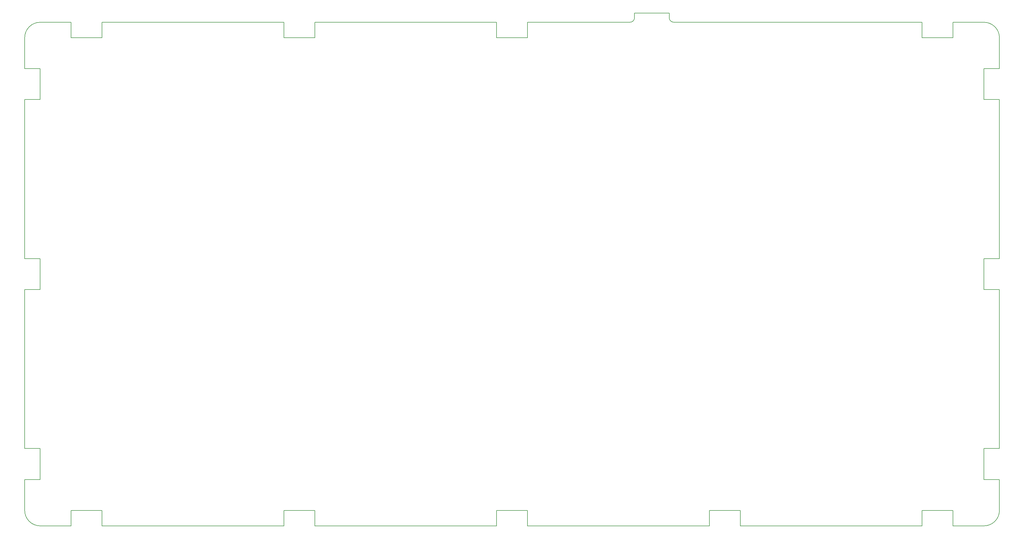
<source format=gm1>
G04 #@! TF.GenerationSoftware,KiCad,Pcbnew,(5.1.9-0-10_14)*
G04 #@! TF.CreationDate,2021-05-12T14:40:02+09:00*
G04 #@! TF.ProjectId,JupiterAdvanced,4a757069-7465-4724-9164-76616e636564,1*
G04 #@! TF.SameCoordinates,Original*
G04 #@! TF.FileFunction,Profile,NP*
%FSLAX46Y46*%
G04 Gerber Fmt 4.6, Leading zero omitted, Abs format (unit mm)*
G04 Created by KiCad (PCBNEW (5.1.9-0-10_14)) date 2021-05-12 14:40:02*
%MOMM*%
%LPD*%
G01*
G04 APERTURE LIST*
G04 #@! TA.AperFunction,Profile*
%ADD10C,0.200000*%
G04 #@! TD*
G04 APERTURE END LIST*
D10*
X375225000Y-86555000D02*
X375225000Y-96555000D01*
X370224999Y-81555001D02*
G75*
G02*
X375225000Y-86555000I1J-5000000D01*
G01*
X350224999Y-86555000D02*
X360225000Y-86555001D01*
X350225000Y-81555000D02*
X350224999Y-86555000D01*
X370225000Y-81555001D02*
G75*
G02*
X375225000Y-86555001I0J-5000000D01*
G01*
X65424999Y-244430000D02*
G75*
G02*
X60425000Y-239430001I0J4999999D01*
G01*
X60425000Y-86555001D02*
G75*
G02*
X65424999Y-81555000I5000000J1D01*
G01*
X375225000Y-239430000D02*
G75*
G02*
X370225000Y-244430000I-5000000J0D01*
G01*
X257375000Y-78555000D02*
X268575000Y-78555000D01*
X257375000Y-80055001D02*
X257375000Y-78555000D01*
X257375000Y-80055001D02*
G75*
G02*
X255875000Y-81555001I-1500000J0D01*
G01*
X222825000Y-81555000D02*
X255875000Y-81555001D01*
X222825000Y-86555000D02*
X222825000Y-81555000D01*
X212825000Y-86555000D02*
X222825000Y-86555000D01*
X212825000Y-81555000D02*
X212825000Y-86555000D01*
X154125000Y-81555000D02*
X212825000Y-81555000D01*
X154125000Y-86555000D02*
X154125000Y-81555000D01*
X144125000Y-86555000D02*
X154125000Y-86555000D01*
X144125000Y-81555000D02*
X144125000Y-86555000D01*
X85424999Y-81555000D02*
X144125000Y-81555000D01*
X85425000Y-86555000D02*
X85424999Y-81555000D01*
X75424999Y-86555000D02*
X85425000Y-86555000D01*
X75425000Y-81555000D02*
X75424999Y-86555000D01*
X370225000Y-106555000D02*
X375224999Y-106555000D01*
X370224999Y-96555000D02*
X370225000Y-106555000D01*
X375225000Y-96555000D02*
X370224999Y-96555000D01*
X75425000Y-244430000D02*
X65425000Y-244430001D01*
X75425000Y-239430000D02*
X75425000Y-244430000D01*
X85425000Y-239430000D02*
X75425000Y-239430000D01*
X85425000Y-244430000D02*
X85425000Y-239430000D01*
X370225000Y-244430000D02*
X360225000Y-244430000D01*
X375225000Y-239430000D02*
G75*
G02*
X370225000Y-244430000I-5000000J0D01*
G01*
X375225000Y-229430000D02*
X375225000Y-239430000D01*
X370225000Y-229430001D02*
X375225000Y-229430000D01*
X370225000Y-219430000D02*
X370225000Y-229430001D01*
X375225000Y-219430001D02*
X370225000Y-219430000D01*
X375225000Y-167992500D02*
X375225000Y-219430001D01*
X370225000Y-167992501D02*
X375225000Y-167992500D01*
X370225000Y-157992500D02*
X370225000Y-167992501D01*
X375225000Y-157992501D02*
X370225000Y-157992500D01*
X375224999Y-106555000D02*
X375225000Y-157992501D01*
X144125000Y-244430001D02*
X85425000Y-244430000D01*
X144125000Y-239430001D02*
X144125000Y-244430001D01*
X154125000Y-239430001D02*
X144125000Y-239430001D01*
X154125000Y-244430001D02*
X154125000Y-239430001D01*
X212825000Y-244430001D02*
X154125000Y-244430001D01*
X212825000Y-239430001D02*
X212825000Y-244430001D01*
X222825000Y-239430001D02*
X212825000Y-239430001D01*
X222825000Y-244430001D02*
X222825000Y-239430001D01*
X281525000Y-244430001D02*
X222825000Y-244430001D01*
X281525000Y-239430001D02*
X281525000Y-244430001D01*
X291525000Y-239430001D02*
X281525000Y-239430001D01*
X291525000Y-244430001D02*
X291525000Y-239430001D01*
X350225000Y-244430001D02*
X291525000Y-244430001D01*
X350225000Y-239430001D02*
X350225000Y-244430001D01*
X360225000Y-239430000D02*
X350225000Y-239430001D01*
X360225000Y-244430000D02*
X360225000Y-239430000D01*
X270075000Y-81555001D02*
X350225000Y-81555000D01*
X270074999Y-81555000D02*
G75*
G02*
X268575000Y-80055001I0J1499999D01*
G01*
X360225000Y-81555001D02*
X370225000Y-81555001D01*
X360225000Y-86555001D02*
X360225000Y-81555001D01*
X65425000Y-81555000D02*
X75425000Y-81555000D01*
X60425000Y-86555000D02*
G75*
G02*
X65425000Y-81555000I5000000J0D01*
G01*
X60424999Y-96555000D02*
X60425000Y-86555000D01*
X65424999Y-96555000D02*
X60424999Y-96555000D01*
X65424999Y-106555000D02*
X65424999Y-96555000D01*
X60424999Y-106555000D02*
X65424999Y-106555000D01*
X60425000Y-157992500D02*
X60424999Y-106555000D01*
X65424999Y-157992500D02*
X60425000Y-157992500D01*
X65424999Y-167992500D02*
X65424999Y-157992500D01*
X60425000Y-167992500D02*
X65424999Y-167992500D01*
X60425000Y-219430000D02*
X60425000Y-167992500D01*
X65424999Y-219430000D02*
X60425000Y-219430000D01*
X65424999Y-229430000D02*
X65424999Y-219430000D01*
X60424999Y-229430000D02*
X65424999Y-229430000D01*
X60424999Y-239430000D02*
X60424999Y-229430000D01*
X65424998Y-244430001D02*
G75*
G02*
X60424999Y-239430000I1J5000000D01*
G01*
X268575000Y-78555000D02*
X268575000Y-80055001D01*
M02*

</source>
